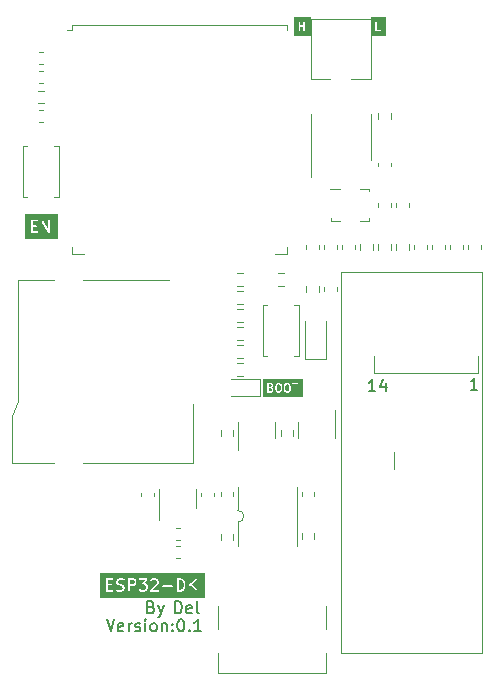
<source format=gbr>
%TF.GenerationSoftware,KiCad,Pcbnew,(7.0.0)*%
%TF.CreationDate,2023-02-28T10:18:41+08:00*%
%TF.ProjectId,ESP32_DK,45535033-325f-4444-9b2e-6b696361645f,rev?*%
%TF.SameCoordinates,Original*%
%TF.FileFunction,Legend,Top*%
%TF.FilePolarity,Positive*%
%FSLAX46Y46*%
G04 Gerber Fmt 4.6, Leading zero omitted, Abs format (unit mm)*
G04 Created by KiCad (PCBNEW (7.0.0)) date 2023-02-28 10:18:41*
%MOMM*%
%LPD*%
G01*
G04 APERTURE LIST*
%ADD10C,0.120000*%
%ADD11C,0.150000*%
%ADD12C,0.100000*%
G04 APERTURE END LIST*
D10*
G36*
X71620791Y-159250311D02*
G01*
X71668820Y-159298340D01*
X71696333Y-159408386D01*
X71696333Y-159626947D01*
X71668821Y-159736991D01*
X71620791Y-159785021D01*
X71575501Y-159807666D01*
X71470497Y-159807666D01*
X71425207Y-159785021D01*
X71377176Y-159736990D01*
X71349666Y-159626948D01*
X71349666Y-159408388D01*
X71377177Y-159298340D01*
X71425207Y-159250311D01*
X71470497Y-159227666D01*
X71575502Y-159227666D01*
X71620791Y-159250311D01*
G37*
G36*
X70887458Y-159250311D02*
G01*
X70935487Y-159298340D01*
X70963000Y-159408386D01*
X70963000Y-159626947D01*
X70935488Y-159736991D01*
X70887458Y-159785021D01*
X70842168Y-159807666D01*
X70737164Y-159807666D01*
X70691874Y-159785021D01*
X70643843Y-159736990D01*
X70616333Y-159626948D01*
X70616333Y-159408388D01*
X70643844Y-159298340D01*
X70691874Y-159250311D01*
X70737164Y-159227666D01*
X70842169Y-159227666D01*
X70887458Y-159250311D01*
G37*
G36*
X70190588Y-159586774D02*
G01*
X70207021Y-159603207D01*
X70229666Y-159648498D01*
X70229666Y-159720169D01*
X70207021Y-159765458D01*
X70187458Y-159785021D01*
X70142168Y-159807666D01*
X69949666Y-159807666D01*
X69949666Y-159561000D01*
X70113263Y-159561000D01*
X70190588Y-159586774D01*
G37*
G36*
X70154124Y-159250311D02*
G01*
X70173687Y-159269873D01*
X70196333Y-159315165D01*
X70196333Y-159353502D01*
X70173689Y-159398790D01*
X70154123Y-159418355D01*
X70109863Y-159440486D01*
X70107562Y-159440403D01*
X70106555Y-159441000D01*
X69949666Y-159441000D01*
X69949666Y-159227666D01*
X70108836Y-159227666D01*
X70154124Y-159250311D01*
G37*
G36*
X72862999Y-160300000D02*
G01*
X69443000Y-160300000D01*
X69443000Y-159876565D01*
X69827769Y-159876565D01*
X69833305Y-159888687D01*
X69837060Y-159901474D01*
X69840510Y-159904464D01*
X69842407Y-159908616D01*
X69853616Y-159915820D01*
X69863689Y-159924548D01*
X69868207Y-159925197D01*
X69872048Y-159927666D01*
X69885373Y-159927666D01*
X69898565Y-159929563D01*
X69902719Y-159927666D01*
X70153100Y-159927666D01*
X70167407Y-159929211D01*
X70178376Y-159923726D01*
X70190141Y-159920272D01*
X70193852Y-159915988D01*
X70243106Y-159891362D01*
X70252969Y-159889217D01*
X70264656Y-159877529D01*
X70276765Y-159866266D01*
X70277055Y-159865130D01*
X70293440Y-159848745D01*
X70302120Y-159843591D01*
X70309515Y-159828800D01*
X70317437Y-159814292D01*
X70317353Y-159813123D01*
X70341887Y-159764053D01*
X70349666Y-159751951D01*
X70349666Y-159739690D01*
X70351838Y-159727620D01*
X70349666Y-159722383D01*
X70349666Y-159637566D01*
X70350289Y-159631793D01*
X70493851Y-159631793D01*
X70496333Y-159641721D01*
X70496333Y-159642960D01*
X70498417Y-159650060D01*
X70531233Y-159781321D01*
X70534782Y-159797635D01*
X70541805Y-159804658D01*
X70546830Y-159813223D01*
X70554007Y-159816860D01*
X70608585Y-159871437D01*
X70613742Y-159880120D01*
X70628546Y-159887521D01*
X70643041Y-159895437D01*
X70644209Y-159895353D01*
X70693279Y-159919887D01*
X70705382Y-159927666D01*
X70717643Y-159927666D01*
X70729713Y-159929838D01*
X70734950Y-159927666D01*
X70853100Y-159927666D01*
X70867407Y-159929211D01*
X70878376Y-159923726D01*
X70890141Y-159920272D01*
X70893852Y-159915988D01*
X70943106Y-159891362D01*
X70952969Y-159889217D01*
X70964654Y-159877531D01*
X70976765Y-159866266D01*
X70977055Y-159865130D01*
X71031453Y-159810731D01*
X71043601Y-159799310D01*
X71046009Y-159789676D01*
X71050770Y-159780958D01*
X71050195Y-159772931D01*
X71078813Y-159658464D01*
X71083000Y-159651951D01*
X71083000Y-159641720D01*
X71083301Y-159640516D01*
X71083000Y-159633112D01*
X71083000Y-159631793D01*
X71227184Y-159631793D01*
X71229666Y-159641721D01*
X71229666Y-159642960D01*
X71231750Y-159650060D01*
X71264566Y-159781321D01*
X71268115Y-159797635D01*
X71275138Y-159804658D01*
X71280163Y-159813223D01*
X71287340Y-159816860D01*
X71341918Y-159871437D01*
X71347075Y-159880120D01*
X71361879Y-159887521D01*
X71376374Y-159895437D01*
X71377542Y-159895353D01*
X71426612Y-159919887D01*
X71438715Y-159927666D01*
X71450976Y-159927666D01*
X71463046Y-159929838D01*
X71468283Y-159927666D01*
X71586433Y-159927666D01*
X71600740Y-159929211D01*
X71611709Y-159923726D01*
X71623474Y-159920272D01*
X71627185Y-159915988D01*
X71676439Y-159891362D01*
X71686302Y-159889217D01*
X71697987Y-159877531D01*
X71710098Y-159866266D01*
X71710388Y-159865130D01*
X71764786Y-159810731D01*
X71776934Y-159799310D01*
X71779342Y-159789676D01*
X71784103Y-159780958D01*
X71783528Y-159772931D01*
X71812146Y-159658464D01*
X71816333Y-159651951D01*
X71816333Y-159641720D01*
X71816634Y-159640516D01*
X71816333Y-159633112D01*
X71816333Y-159410876D01*
X71818815Y-159403540D01*
X71816333Y-159393612D01*
X71816333Y-159392373D01*
X71814247Y-159385271D01*
X71781429Y-159254002D01*
X71777883Y-159237697D01*
X71770861Y-159230675D01*
X71765835Y-159222108D01*
X71758656Y-159218470D01*
X71716751Y-159176565D01*
X71894435Y-159176565D01*
X71909073Y-159208616D01*
X71938714Y-159227666D01*
X72096332Y-159227666D01*
X72096332Y-159876293D01*
X72103726Y-159901474D01*
X72130355Y-159924548D01*
X72165231Y-159929563D01*
X72197282Y-159914925D01*
X72216332Y-159885284D01*
X72216332Y-159227666D01*
X72364959Y-159227666D01*
X72390140Y-159220272D01*
X72413214Y-159193643D01*
X72418229Y-159158767D01*
X72403591Y-159126716D01*
X72373950Y-159107666D01*
X72160625Y-159107666D01*
X72147433Y-159105769D01*
X72143279Y-159107666D01*
X71947705Y-159107666D01*
X71922524Y-159115060D01*
X71899450Y-159141689D01*
X71894435Y-159176565D01*
X71716751Y-159176565D01*
X71704077Y-159163891D01*
X71698924Y-159155214D01*
X71684146Y-159147824D01*
X71669625Y-159139896D01*
X71668456Y-159139979D01*
X71619384Y-159115443D01*
X71607284Y-159107666D01*
X71595024Y-159107666D01*
X71582954Y-159105494D01*
X71577717Y-159107666D01*
X71459559Y-159107666D01*
X71445258Y-159106122D01*
X71434293Y-159111604D01*
X71422525Y-159115060D01*
X71418811Y-159119345D01*
X71369564Y-159143969D01*
X71359698Y-159146115D01*
X71347998Y-159157814D01*
X71335901Y-159169067D01*
X71335610Y-159170201D01*
X71281222Y-159224590D01*
X71269063Y-159236022D01*
X71266654Y-159245657D01*
X71261895Y-159254373D01*
X71262469Y-159262398D01*
X71233851Y-159376868D01*
X71229666Y-159383382D01*
X71229666Y-159393613D01*
X71229365Y-159394817D01*
X71229666Y-159402221D01*
X71229666Y-159624458D01*
X71227184Y-159631793D01*
X71083000Y-159631793D01*
X71083000Y-159410876D01*
X71085482Y-159403540D01*
X71083000Y-159393612D01*
X71083000Y-159392373D01*
X71080914Y-159385271D01*
X71048096Y-159254002D01*
X71044550Y-159237697D01*
X71037528Y-159230675D01*
X71032502Y-159222108D01*
X71025323Y-159218470D01*
X70970744Y-159163891D01*
X70965591Y-159155214D01*
X70950813Y-159147824D01*
X70936292Y-159139896D01*
X70935123Y-159139979D01*
X70886051Y-159115443D01*
X70873951Y-159107666D01*
X70861691Y-159107666D01*
X70849621Y-159105494D01*
X70844384Y-159107666D01*
X70726226Y-159107666D01*
X70711925Y-159106122D01*
X70700960Y-159111604D01*
X70689192Y-159115060D01*
X70685478Y-159119345D01*
X70636231Y-159143969D01*
X70626365Y-159146115D01*
X70614665Y-159157814D01*
X70602568Y-159169067D01*
X70602277Y-159170201D01*
X70547889Y-159224590D01*
X70535730Y-159236022D01*
X70533321Y-159245657D01*
X70528562Y-159254373D01*
X70529136Y-159262398D01*
X70500518Y-159376868D01*
X70496333Y-159383382D01*
X70496333Y-159393613D01*
X70496032Y-159394817D01*
X70496333Y-159402221D01*
X70496333Y-159624458D01*
X70493851Y-159631793D01*
X70350289Y-159631793D01*
X70351211Y-159623259D01*
X70345726Y-159612289D01*
X70342272Y-159600525D01*
X70337988Y-159596813D01*
X70313362Y-159547559D01*
X70311217Y-159537697D01*
X70299529Y-159526009D01*
X70288266Y-159513901D01*
X70287130Y-159513610D01*
X70267707Y-159494187D01*
X70258917Y-159483268D01*
X70260106Y-159482079D01*
X70268787Y-159476924D01*
X70276183Y-159462131D01*
X70284104Y-159447626D01*
X70284020Y-159446456D01*
X70308554Y-159397386D01*
X70316333Y-159385284D01*
X70316333Y-159373023D01*
X70318505Y-159360953D01*
X70316333Y-159355716D01*
X70316333Y-159304233D01*
X70317878Y-159289926D01*
X70312393Y-159278956D01*
X70308939Y-159267192D01*
X70304655Y-159263480D01*
X70280029Y-159214227D01*
X70277884Y-159204364D01*
X70266202Y-159192682D01*
X70254933Y-159180568D01*
X70253796Y-159180277D01*
X70237411Y-159163892D01*
X70232257Y-159155214D01*
X70217465Y-159147817D01*
X70202957Y-159139896D01*
X70201789Y-159139979D01*
X70152719Y-159115443D01*
X70140618Y-159107666D01*
X70128358Y-159107666D01*
X70116288Y-159105494D01*
X70111051Y-159107666D01*
X69893959Y-159107666D01*
X69880767Y-159105769D01*
X69868644Y-159111305D01*
X69855858Y-159115060D01*
X69852867Y-159118510D01*
X69848716Y-159120407D01*
X69841511Y-159131616D01*
X69832784Y-159141689D01*
X69832134Y-159146207D01*
X69829666Y-159150048D01*
X69829666Y-159163373D01*
X69827769Y-159176565D01*
X69829666Y-159180719D01*
X69829666Y-159496707D01*
X69827769Y-159509899D01*
X69829666Y-159514053D01*
X69829666Y-159863373D01*
X69827769Y-159876565D01*
X69443000Y-159876565D01*
X69443000Y-158740000D01*
X72862999Y-158740000D01*
X72862999Y-160300000D01*
G37*
D11*
X87629904Y-159675380D02*
X87058476Y-159675380D01*
X87344190Y-159675380D02*
X87344190Y-158675380D01*
X87344190Y-158675380D02*
X87248952Y-158818238D01*
X87248952Y-158818238D02*
X87153714Y-158913476D01*
X87153714Y-158913476D02*
X87058476Y-158961095D01*
X56229238Y-179122380D02*
X56562571Y-180122380D01*
X56562571Y-180122380D02*
X56895904Y-179122380D01*
X57610190Y-180074761D02*
X57514952Y-180122380D01*
X57514952Y-180122380D02*
X57324476Y-180122380D01*
X57324476Y-180122380D02*
X57229238Y-180074761D01*
X57229238Y-180074761D02*
X57181619Y-179979523D01*
X57181619Y-179979523D02*
X57181619Y-179598571D01*
X57181619Y-179598571D02*
X57229238Y-179503333D01*
X57229238Y-179503333D02*
X57324476Y-179455714D01*
X57324476Y-179455714D02*
X57514952Y-179455714D01*
X57514952Y-179455714D02*
X57610190Y-179503333D01*
X57610190Y-179503333D02*
X57657809Y-179598571D01*
X57657809Y-179598571D02*
X57657809Y-179693809D01*
X57657809Y-179693809D02*
X57181619Y-179789047D01*
X58086381Y-180122380D02*
X58086381Y-179455714D01*
X58086381Y-179646190D02*
X58134000Y-179550952D01*
X58134000Y-179550952D02*
X58181619Y-179503333D01*
X58181619Y-179503333D02*
X58276857Y-179455714D01*
X58276857Y-179455714D02*
X58372095Y-179455714D01*
X58657810Y-180074761D02*
X58753048Y-180122380D01*
X58753048Y-180122380D02*
X58943524Y-180122380D01*
X58943524Y-180122380D02*
X59038762Y-180074761D01*
X59038762Y-180074761D02*
X59086381Y-179979523D01*
X59086381Y-179979523D02*
X59086381Y-179931904D01*
X59086381Y-179931904D02*
X59038762Y-179836666D01*
X59038762Y-179836666D02*
X58943524Y-179789047D01*
X58943524Y-179789047D02*
X58800667Y-179789047D01*
X58800667Y-179789047D02*
X58705429Y-179741428D01*
X58705429Y-179741428D02*
X58657810Y-179646190D01*
X58657810Y-179646190D02*
X58657810Y-179598571D01*
X58657810Y-179598571D02*
X58705429Y-179503333D01*
X58705429Y-179503333D02*
X58800667Y-179455714D01*
X58800667Y-179455714D02*
X58943524Y-179455714D01*
X58943524Y-179455714D02*
X59038762Y-179503333D01*
X59514953Y-180122380D02*
X59514953Y-179455714D01*
X59514953Y-179122380D02*
X59467334Y-179170000D01*
X59467334Y-179170000D02*
X59514953Y-179217619D01*
X59514953Y-179217619D02*
X59562572Y-179170000D01*
X59562572Y-179170000D02*
X59514953Y-179122380D01*
X59514953Y-179122380D02*
X59514953Y-179217619D01*
X60134000Y-180122380D02*
X60038762Y-180074761D01*
X60038762Y-180074761D02*
X59991143Y-180027142D01*
X59991143Y-180027142D02*
X59943524Y-179931904D01*
X59943524Y-179931904D02*
X59943524Y-179646190D01*
X59943524Y-179646190D02*
X59991143Y-179550952D01*
X59991143Y-179550952D02*
X60038762Y-179503333D01*
X60038762Y-179503333D02*
X60134000Y-179455714D01*
X60134000Y-179455714D02*
X60276857Y-179455714D01*
X60276857Y-179455714D02*
X60372095Y-179503333D01*
X60372095Y-179503333D02*
X60419714Y-179550952D01*
X60419714Y-179550952D02*
X60467333Y-179646190D01*
X60467333Y-179646190D02*
X60467333Y-179931904D01*
X60467333Y-179931904D02*
X60419714Y-180027142D01*
X60419714Y-180027142D02*
X60372095Y-180074761D01*
X60372095Y-180074761D02*
X60276857Y-180122380D01*
X60276857Y-180122380D02*
X60134000Y-180122380D01*
X60895905Y-179455714D02*
X60895905Y-180122380D01*
X60895905Y-179550952D02*
X60943524Y-179503333D01*
X60943524Y-179503333D02*
X61038762Y-179455714D01*
X61038762Y-179455714D02*
X61181619Y-179455714D01*
X61181619Y-179455714D02*
X61276857Y-179503333D01*
X61276857Y-179503333D02*
X61324476Y-179598571D01*
X61324476Y-179598571D02*
X61324476Y-180122380D01*
X61800667Y-180027142D02*
X61848286Y-180074761D01*
X61848286Y-180074761D02*
X61800667Y-180122380D01*
X61800667Y-180122380D02*
X61753048Y-180074761D01*
X61753048Y-180074761D02*
X61800667Y-180027142D01*
X61800667Y-180027142D02*
X61800667Y-180122380D01*
X61800667Y-179503333D02*
X61848286Y-179550952D01*
X61848286Y-179550952D02*
X61800667Y-179598571D01*
X61800667Y-179598571D02*
X61753048Y-179550952D01*
X61753048Y-179550952D02*
X61800667Y-179503333D01*
X61800667Y-179503333D02*
X61800667Y-179598571D01*
X62467333Y-179122380D02*
X62562571Y-179122380D01*
X62562571Y-179122380D02*
X62657809Y-179170000D01*
X62657809Y-179170000D02*
X62705428Y-179217619D01*
X62705428Y-179217619D02*
X62753047Y-179312857D01*
X62753047Y-179312857D02*
X62800666Y-179503333D01*
X62800666Y-179503333D02*
X62800666Y-179741428D01*
X62800666Y-179741428D02*
X62753047Y-179931904D01*
X62753047Y-179931904D02*
X62705428Y-180027142D01*
X62705428Y-180027142D02*
X62657809Y-180074761D01*
X62657809Y-180074761D02*
X62562571Y-180122380D01*
X62562571Y-180122380D02*
X62467333Y-180122380D01*
X62467333Y-180122380D02*
X62372095Y-180074761D01*
X62372095Y-180074761D02*
X62324476Y-180027142D01*
X62324476Y-180027142D02*
X62276857Y-179931904D01*
X62276857Y-179931904D02*
X62229238Y-179741428D01*
X62229238Y-179741428D02*
X62229238Y-179503333D01*
X62229238Y-179503333D02*
X62276857Y-179312857D01*
X62276857Y-179312857D02*
X62324476Y-179217619D01*
X62324476Y-179217619D02*
X62372095Y-179170000D01*
X62372095Y-179170000D02*
X62467333Y-179122380D01*
X63229238Y-180027142D02*
X63276857Y-180074761D01*
X63276857Y-180074761D02*
X63229238Y-180122380D01*
X63229238Y-180122380D02*
X63181619Y-180074761D01*
X63181619Y-180074761D02*
X63229238Y-180027142D01*
X63229238Y-180027142D02*
X63229238Y-180122380D01*
X64229237Y-180122380D02*
X63657809Y-180122380D01*
X63943523Y-180122380D02*
X63943523Y-179122380D01*
X63943523Y-179122380D02*
X63848285Y-179265238D01*
X63848285Y-179265238D02*
X63753047Y-179360476D01*
X63753047Y-179360476D02*
X63657809Y-179408095D01*
G36*
X62585533Y-175806552D02*
G01*
X62659645Y-175880664D01*
X62698139Y-175957650D01*
X62741523Y-176131186D01*
X62741523Y-176255575D01*
X62698139Y-176429107D01*
X62659645Y-176506096D01*
X62585533Y-176580208D01*
X62471018Y-176618380D01*
X62320095Y-176618380D01*
X62320095Y-175768380D01*
X62471019Y-175768380D01*
X62585533Y-175806552D01*
G37*
G36*
X58534001Y-175802639D02*
G01*
X58564407Y-175833045D01*
X58598666Y-175901561D01*
X58598666Y-176009008D01*
X58564407Y-176077525D01*
X58534000Y-176107932D01*
X58465485Y-176142190D01*
X58177238Y-176142190D01*
X58177238Y-175768380D01*
X58465484Y-175768380D01*
X58534001Y-175802639D01*
G37*
G36*
X64549857Y-177278857D02*
G01*
X55639143Y-177278857D01*
X55639143Y-176704504D01*
X56167725Y-176704504D01*
X56174644Y-176719656D01*
X56179338Y-176735640D01*
X56183650Y-176739376D01*
X56186021Y-176744568D01*
X56200037Y-176753575D01*
X56212624Y-176764482D01*
X56218270Y-176765293D01*
X56223073Y-176768380D01*
X56239735Y-176768380D01*
X56256219Y-176770750D01*
X56261409Y-176768380D01*
X56732067Y-176768380D01*
X56763545Y-176759137D01*
X56792387Y-176725851D01*
X56798655Y-176682256D01*
X56780359Y-176642192D01*
X56743307Y-176618380D01*
X56320095Y-176618380D01*
X56320095Y-176244571D01*
X56589210Y-176244571D01*
X56620688Y-176235328D01*
X56649530Y-176202042D01*
X56655798Y-176158447D01*
X56637502Y-176118383D01*
X56600450Y-176094571D01*
X56320095Y-176094571D01*
X56320095Y-175892248D01*
X57024524Y-175892248D01*
X57027238Y-175898792D01*
X57027238Y-175975055D01*
X57025307Y-175992939D01*
X57032163Y-176006652D01*
X57036481Y-176021355D01*
X57041834Y-176025993D01*
X57078569Y-176099462D01*
X57081252Y-176111794D01*
X57095879Y-176126421D01*
X57109941Y-176141539D01*
X57111359Y-176141901D01*
X57137794Y-176168336D01*
X57144238Y-176179186D01*
X57162747Y-176188440D01*
X57180861Y-176198331D01*
X57182319Y-176198226D01*
X57247224Y-176230679D01*
X57253159Y-176236991D01*
X57266536Y-176240335D01*
X57268816Y-176241475D01*
X57276948Y-176242938D01*
X57457012Y-176287954D01*
X57534002Y-176326449D01*
X57564407Y-176356854D01*
X57598666Y-176425370D01*
X57598666Y-176485198D01*
X57564407Y-176553715D01*
X57534000Y-176584122D01*
X57465485Y-176618380D01*
X57257265Y-176618380D01*
X57115726Y-176571200D01*
X57082941Y-176570015D01*
X57045053Y-176592472D01*
X57025321Y-176631848D01*
X57030008Y-176675641D01*
X57057629Y-176709948D01*
X57212458Y-176761558D01*
X57223073Y-176768380D01*
X57243752Y-176768380D01*
X57264392Y-176769126D01*
X57265651Y-176768380D01*
X57479150Y-176768380D01*
X57497034Y-176770311D01*
X57510747Y-176763454D01*
X57525450Y-176759137D01*
X57530088Y-176753783D01*
X57603557Y-176717048D01*
X57615889Y-176714366D01*
X57630516Y-176699738D01*
X57645634Y-176685677D01*
X57645996Y-176684258D01*
X57672431Y-176657823D01*
X57683281Y-176651380D01*
X57692535Y-176632870D01*
X57702426Y-176614757D01*
X57702321Y-176613298D01*
X57738944Y-176540052D01*
X57748666Y-176524926D01*
X57748666Y-176509596D01*
X57751380Y-176494513D01*
X57748666Y-176487969D01*
X57748666Y-176411697D01*
X57750596Y-176393822D01*
X57743741Y-176380112D01*
X57739423Y-176365406D01*
X57734068Y-176360766D01*
X57697334Y-176287297D01*
X57694652Y-176274967D01*
X57680032Y-176260347D01*
X57665963Y-176245222D01*
X57664544Y-176244859D01*
X57647999Y-176228314D01*
X58024868Y-176228314D01*
X58027238Y-176233504D01*
X58027238Y-176704162D01*
X58036481Y-176735640D01*
X58069767Y-176764482D01*
X58113362Y-176770750D01*
X58153426Y-176752454D01*
X58177238Y-176715402D01*
X58177238Y-176592566D01*
X58929033Y-176592566D01*
X58938395Y-176635603D01*
X58994937Y-176692145D01*
X59001381Y-176702995D01*
X59019890Y-176712249D01*
X59038004Y-176722140D01*
X59039462Y-176722035D01*
X59112708Y-176758658D01*
X59127835Y-176768380D01*
X59143165Y-176768380D01*
X59158248Y-176771094D01*
X59164792Y-176768380D01*
X59431531Y-176768380D01*
X59449415Y-176770311D01*
X59463128Y-176763454D01*
X59477831Y-176759137D01*
X59482469Y-176753783D01*
X59555938Y-176717048D01*
X59568270Y-176714366D01*
X59578131Y-176704504D01*
X59882011Y-176704504D01*
X59885538Y-176712227D01*
X59886144Y-176720696D01*
X59894507Y-176731868D01*
X59900307Y-176744568D01*
X59907450Y-176749158D01*
X59912538Y-176755955D01*
X59925614Y-176760832D01*
X59937359Y-176768380D01*
X59945850Y-176768380D01*
X59953805Y-176771347D01*
X59967444Y-176768380D01*
X60589210Y-176768380D01*
X60620688Y-176759137D01*
X60649530Y-176725851D01*
X60652599Y-176704504D01*
X62167725Y-176704504D01*
X62174644Y-176719656D01*
X62179338Y-176735640D01*
X62183650Y-176739376D01*
X62186021Y-176744568D01*
X62200037Y-176753575D01*
X62212624Y-176764482D01*
X62218270Y-176765293D01*
X62223073Y-176768380D01*
X62239735Y-176768380D01*
X62256219Y-176770750D01*
X62261409Y-176768380D01*
X62473788Y-176768380D01*
X62486015Y-176771495D01*
X62505627Y-176764957D01*
X62525450Y-176759137D01*
X62526408Y-176758030D01*
X62645934Y-176718188D01*
X62663508Y-176714366D01*
X62674348Y-176703525D01*
X62686932Y-176694780D01*
X62689639Y-176688234D01*
X62767669Y-176610204D01*
X62778519Y-176603761D01*
X62787769Y-176585259D01*
X62797665Y-176567138D01*
X62797560Y-176565677D01*
X62830012Y-176500774D01*
X62836324Y-176494840D01*
X62839668Y-176481462D01*
X62840808Y-176479183D01*
X62842271Y-176471050D01*
X62886290Y-176294972D01*
X62891523Y-176286831D01*
X62891523Y-176274043D01*
X62891899Y-176272539D01*
X62891523Y-176263293D01*
X62891523Y-176248194D01*
X63168715Y-176248194D01*
X63170095Y-176267483D01*
X63170095Y-176704162D01*
X63179338Y-176735640D01*
X63212624Y-176764482D01*
X63256219Y-176770750D01*
X63296283Y-176752454D01*
X63320095Y-176715402D01*
X63320095Y-176295875D01*
X63379837Y-176236132D01*
X63762992Y-176747006D01*
X63789273Y-176766642D01*
X63833207Y-176769744D01*
X63871844Y-176748602D01*
X63892918Y-176709926D01*
X63889736Y-176665998D01*
X63486980Y-176128989D01*
X63877180Y-175738789D01*
X63892903Y-175709995D01*
X63889760Y-175666064D01*
X63863366Y-175630805D01*
X63822099Y-175615413D01*
X63779062Y-175624775D01*
X63342517Y-176061320D01*
X63332631Y-176066730D01*
X63327271Y-176076566D01*
X63320095Y-176083743D01*
X63320095Y-175682598D01*
X63310852Y-175651120D01*
X63277566Y-175622278D01*
X63233971Y-175616010D01*
X63193907Y-175634306D01*
X63170095Y-175671358D01*
X63170095Y-176245667D01*
X63168715Y-176248194D01*
X62891523Y-176248194D01*
X62891523Y-176134295D01*
X62894625Y-176125126D01*
X62891523Y-176112718D01*
X62891523Y-176111170D01*
X62888918Y-176102300D01*
X62844904Y-175926243D01*
X62845834Y-175917632D01*
X62839668Y-175905301D01*
X62839050Y-175902826D01*
X62834862Y-175895687D01*
X62792572Y-175811107D01*
X62789890Y-175798777D01*
X62775270Y-175784157D01*
X62761201Y-175769032D01*
X62759782Y-175768669D01*
X62681937Y-175690824D01*
X62670657Y-175676813D01*
X62656112Y-175671964D01*
X62642662Y-175664620D01*
X62635595Y-175665125D01*
X62515826Y-175625201D01*
X62505212Y-175618380D01*
X62484533Y-175618380D01*
X62463893Y-175617634D01*
X62462634Y-175618380D01*
X62250455Y-175618380D01*
X62233971Y-175616010D01*
X62218818Y-175622929D01*
X62202835Y-175627623D01*
X62199098Y-175631935D01*
X62193907Y-175634306D01*
X62184899Y-175648322D01*
X62173993Y-175660909D01*
X62173181Y-175666555D01*
X62170095Y-175671358D01*
X62170095Y-175688020D01*
X62167725Y-175704504D01*
X62170095Y-175709694D01*
X62170095Y-176688020D01*
X62167725Y-176704504D01*
X60652599Y-176704504D01*
X60655798Y-176682256D01*
X60637502Y-176642192D01*
X60600450Y-176618380D01*
X60140447Y-176618380D01*
X60435274Y-176323552D01*
X60929630Y-176323552D01*
X60947926Y-176363616D01*
X60984978Y-176387428D01*
X61779687Y-176387428D01*
X61811165Y-176378185D01*
X61840007Y-176344899D01*
X61846275Y-176301304D01*
X61827979Y-176261240D01*
X61790927Y-176237428D01*
X60996218Y-176237428D01*
X60964740Y-176246671D01*
X60935898Y-176279957D01*
X60929630Y-176323552D01*
X60435274Y-176323552D01*
X60580987Y-176177839D01*
X60594996Y-176166561D01*
X60599844Y-176152017D01*
X60607188Y-176138567D01*
X60606682Y-176131501D01*
X60646606Y-176011731D01*
X60653428Y-176001117D01*
X60653428Y-175980438D01*
X60654174Y-175959798D01*
X60653428Y-175958539D01*
X60653428Y-175887888D01*
X60655358Y-175870013D01*
X60648503Y-175856303D01*
X60644185Y-175841597D01*
X60638830Y-175836957D01*
X60602096Y-175763488D01*
X60599414Y-175751158D01*
X60584794Y-175736538D01*
X60570725Y-175721413D01*
X60569306Y-175721050D01*
X60542873Y-175694617D01*
X60536429Y-175683767D01*
X60517932Y-175674518D01*
X60499805Y-175664620D01*
X60498344Y-175664724D01*
X60425101Y-175628101D01*
X60409974Y-175618380D01*
X60394645Y-175618380D01*
X60379562Y-175615666D01*
X60373018Y-175618380D01*
X60153897Y-175618380D01*
X60136013Y-175616449D01*
X60122299Y-175623305D01*
X60107597Y-175627623D01*
X60102957Y-175632976D01*
X60029487Y-175669712D01*
X60017158Y-175672395D01*
X60002533Y-175687019D01*
X59987413Y-175701085D01*
X59987050Y-175702502D01*
X59946343Y-175743210D01*
X59930620Y-175772004D01*
X59933763Y-175815935D01*
X59960157Y-175851194D01*
X60001424Y-175866586D01*
X60044461Y-175857224D01*
X60099046Y-175802638D01*
X60167562Y-175768380D01*
X60370246Y-175768380D01*
X60438763Y-175802639D01*
X60469169Y-175833045D01*
X60503428Y-175901561D01*
X60503428Y-175966925D01*
X60465256Y-176081438D01*
X59919883Y-176626811D01*
X59917121Y-176627623D01*
X59904458Y-176642236D01*
X59898724Y-176647971D01*
X59897419Y-176650360D01*
X59888279Y-176660909D01*
X59887070Y-176669311D01*
X59883001Y-176676765D01*
X59883997Y-176690689D01*
X59882011Y-176704504D01*
X59578131Y-176704504D01*
X59582897Y-176699738D01*
X59598015Y-176685677D01*
X59598377Y-176684258D01*
X59624812Y-176657823D01*
X59635662Y-176651380D01*
X59644916Y-176632870D01*
X59654807Y-176614757D01*
X59654702Y-176613298D01*
X59691325Y-176540052D01*
X59701047Y-176524926D01*
X59701047Y-176509596D01*
X59703761Y-176494513D01*
X59701047Y-176487969D01*
X59701047Y-176268840D01*
X59702977Y-176250965D01*
X59696122Y-176237255D01*
X59691804Y-176222549D01*
X59686449Y-176217909D01*
X59649715Y-176144440D01*
X59647033Y-176132110D01*
X59632413Y-176117490D01*
X59618344Y-176102365D01*
X59616925Y-176102002D01*
X59590490Y-176075567D01*
X59584047Y-176064718D01*
X59565546Y-176055467D01*
X59547424Y-176045572D01*
X59545963Y-176045676D01*
X59472722Y-176009056D01*
X59457851Y-175999499D01*
X59668119Y-175759192D01*
X59668307Y-175759137D01*
X59682509Y-175742745D01*
X59689591Y-175734653D01*
X59689669Y-175734482D01*
X59697149Y-175725851D01*
X59698721Y-175714911D01*
X59703363Y-175704877D01*
X59701791Y-175693560D01*
X59703417Y-175682256D01*
X59698825Y-175672201D01*
X59697305Y-175661252D01*
X59689866Y-175652583D01*
X59685121Y-175642192D01*
X59675821Y-175636215D01*
X59668624Y-175627828D01*
X59657680Y-175624556D01*
X59648069Y-175618380D01*
X59637017Y-175618380D01*
X59626425Y-175615214D01*
X59615447Y-175618380D01*
X58996218Y-175618380D01*
X58964740Y-175627623D01*
X58935898Y-175660909D01*
X58929630Y-175704504D01*
X58947926Y-175744568D01*
X58984978Y-175768380D01*
X59460765Y-175768380D01*
X59250642Y-176008520D01*
X59250454Y-176008576D01*
X59236151Y-176025082D01*
X59229171Y-176033060D01*
X59229093Y-176033227D01*
X59221612Y-176041862D01*
X59220038Y-176052802D01*
X59215398Y-176062836D01*
X59216969Y-176074151D01*
X59215344Y-176085457D01*
X59219935Y-176095511D01*
X59221456Y-176106460D01*
X59228893Y-176115128D01*
X59233640Y-176125521D01*
X59242940Y-176131498D01*
X59250137Y-176139885D01*
X59261080Y-176143155D01*
X59270692Y-176149333D01*
X59281747Y-176149333D01*
X59292336Y-176152498D01*
X59303311Y-176149333D01*
X59417865Y-176149333D01*
X59486383Y-176183592D01*
X59516788Y-176213997D01*
X59551047Y-176282513D01*
X59551047Y-176485198D01*
X59516788Y-176553715D01*
X59486381Y-176584122D01*
X59417866Y-176618380D01*
X59167563Y-176618380D01*
X59099045Y-176584121D01*
X59052409Y-176537485D01*
X59023615Y-176521762D01*
X58979684Y-176524905D01*
X58944425Y-176551299D01*
X58929033Y-176592566D01*
X58177238Y-176592566D01*
X58177238Y-176292190D01*
X58479150Y-176292190D01*
X58497034Y-176294121D01*
X58510747Y-176287264D01*
X58525450Y-176282947D01*
X58530088Y-176277593D01*
X58603557Y-176240858D01*
X58615889Y-176238176D01*
X58630516Y-176223548D01*
X58645634Y-176209487D01*
X58645996Y-176208068D01*
X58672431Y-176181633D01*
X58683281Y-176175190D01*
X58692535Y-176156680D01*
X58702426Y-176138567D01*
X58702321Y-176137108D01*
X58738944Y-176063862D01*
X58748666Y-176048736D01*
X58748666Y-176033406D01*
X58751380Y-176018323D01*
X58748666Y-176011779D01*
X58748666Y-175887888D01*
X58750596Y-175870013D01*
X58743741Y-175856303D01*
X58739423Y-175841597D01*
X58734068Y-175836957D01*
X58697334Y-175763488D01*
X58694652Y-175751158D01*
X58680032Y-175736538D01*
X58665963Y-175721413D01*
X58664544Y-175721050D01*
X58638111Y-175694617D01*
X58631667Y-175683767D01*
X58613170Y-175674518D01*
X58595043Y-175664620D01*
X58593582Y-175664724D01*
X58520339Y-175628101D01*
X58505212Y-175618380D01*
X58489883Y-175618380D01*
X58474800Y-175615666D01*
X58468256Y-175618380D01*
X58107598Y-175618380D01*
X58091114Y-175616010D01*
X58075961Y-175622929D01*
X58059978Y-175627623D01*
X58056241Y-175631935D01*
X58051050Y-175634306D01*
X58042042Y-175648322D01*
X58031136Y-175660909D01*
X58030324Y-175666555D01*
X58027238Y-175671358D01*
X58027238Y-175688020D01*
X58024868Y-175704504D01*
X58027238Y-175709694D01*
X58027238Y-176211830D01*
X58024868Y-176228314D01*
X57647999Y-176228314D01*
X57638109Y-176218424D01*
X57631666Y-176207575D01*
X57613165Y-176198324D01*
X57595043Y-176188429D01*
X57593582Y-176188533D01*
X57528678Y-176156081D01*
X57522744Y-176149770D01*
X57509366Y-176146425D01*
X57507087Y-176145286D01*
X57498954Y-176143822D01*
X57318891Y-176098806D01*
X57241902Y-176060312D01*
X57211495Y-176029905D01*
X57177238Y-175961390D01*
X57177238Y-175901563D01*
X57211497Y-175833045D01*
X57241903Y-175802638D01*
X57310419Y-175768380D01*
X57518638Y-175768380D01*
X57660177Y-175815561D01*
X57692963Y-175816747D01*
X57730851Y-175794290D01*
X57750583Y-175754914D01*
X57745896Y-175711120D01*
X57718276Y-175676813D01*
X57563445Y-175625201D01*
X57552831Y-175618380D01*
X57532152Y-175618380D01*
X57511512Y-175617634D01*
X57510253Y-175618380D01*
X57296754Y-175618380D01*
X57278870Y-175616449D01*
X57265156Y-175623305D01*
X57250454Y-175627623D01*
X57245814Y-175632976D01*
X57172344Y-175669712D01*
X57160015Y-175672395D01*
X57145390Y-175687019D01*
X57130270Y-175701085D01*
X57129907Y-175702502D01*
X57103472Y-175728937D01*
X57092623Y-175735381D01*
X57083372Y-175753881D01*
X57073477Y-175772004D01*
X57073581Y-175773464D01*
X57036961Y-175846705D01*
X57027238Y-175861835D01*
X57027238Y-175877165D01*
X57024524Y-175892248D01*
X56320095Y-175892248D01*
X56320095Y-175768380D01*
X56732067Y-175768380D01*
X56763545Y-175759137D01*
X56792387Y-175725851D01*
X56798655Y-175682256D01*
X56780359Y-175642192D01*
X56743307Y-175618380D01*
X56250455Y-175618380D01*
X56233971Y-175616010D01*
X56218818Y-175622929D01*
X56202835Y-175627623D01*
X56199098Y-175631935D01*
X56193907Y-175634306D01*
X56184899Y-175648322D01*
X56173993Y-175660909D01*
X56173181Y-175666555D01*
X56170095Y-175671358D01*
X56170095Y-175688020D01*
X56167725Y-175704504D01*
X56170095Y-175709694D01*
X56170095Y-176164211D01*
X56167725Y-176180695D01*
X56170095Y-176185885D01*
X56170095Y-176688020D01*
X56167725Y-176704504D01*
X55639143Y-176704504D01*
X55639143Y-175168143D01*
X64549857Y-175168143D01*
X64549857Y-177278857D01*
G37*
G36*
X52152238Y-146925857D02*
G01*
X49289143Y-146925857D01*
X49289143Y-146351504D01*
X49817725Y-146351504D01*
X49824644Y-146366656D01*
X49829338Y-146382640D01*
X49833650Y-146386376D01*
X49836021Y-146391568D01*
X49850037Y-146400575D01*
X49862624Y-146411482D01*
X49868270Y-146412293D01*
X49873073Y-146415380D01*
X49889735Y-146415380D01*
X49906219Y-146417750D01*
X49911409Y-146415380D01*
X50382067Y-146415380D01*
X50413545Y-146406137D01*
X50442387Y-146372851D01*
X50448655Y-146329256D01*
X50430359Y-146289192D01*
X50393307Y-146265380D01*
X49970095Y-146265380D01*
X49970095Y-145891571D01*
X50239210Y-145891571D01*
X50270688Y-145882328D01*
X50299530Y-145849042D01*
X50305798Y-145805447D01*
X50287502Y-145765383D01*
X50250450Y-145741571D01*
X49970095Y-145741571D01*
X49970095Y-145415380D01*
X50382067Y-145415380D01*
X50413545Y-145406137D01*
X50442387Y-145372851D01*
X50444455Y-145358470D01*
X50723813Y-145358470D01*
X50724857Y-145360297D01*
X50724857Y-146351162D01*
X50734100Y-146382640D01*
X50767386Y-146411482D01*
X50810981Y-146417750D01*
X50851045Y-146399454D01*
X50874857Y-146362402D01*
X50874857Y-145622797D01*
X51301803Y-146369954D01*
X51305528Y-146382640D01*
X51320691Y-146395779D01*
X51335159Y-146409697D01*
X51337224Y-146410104D01*
X51338814Y-146411482D01*
X51358674Y-146414337D01*
X51378369Y-146418224D01*
X51380326Y-146417450D01*
X51382409Y-146417750D01*
X51400664Y-146409413D01*
X51419330Y-146402037D01*
X51420558Y-146400328D01*
X51422473Y-146399454D01*
X51433323Y-146382569D01*
X51445038Y-146366274D01*
X51445147Y-146364171D01*
X51446285Y-146362402D01*
X51446285Y-146342333D01*
X51447329Y-146322290D01*
X51446285Y-146320463D01*
X51446285Y-145329598D01*
X51437042Y-145298120D01*
X51403756Y-145269278D01*
X51360161Y-145263010D01*
X51320097Y-145281306D01*
X51296285Y-145318358D01*
X51296285Y-146057963D01*
X50869338Y-145310805D01*
X50865614Y-145298120D01*
X50850450Y-145284980D01*
X50835983Y-145271063D01*
X50833917Y-145270655D01*
X50832328Y-145269278D01*
X50812467Y-145266422D01*
X50792773Y-145262536D01*
X50790815Y-145263309D01*
X50788733Y-145263010D01*
X50770477Y-145271346D01*
X50751812Y-145278723D01*
X50750583Y-145280431D01*
X50748669Y-145281306D01*
X50737818Y-145298190D01*
X50726104Y-145314486D01*
X50725994Y-145316588D01*
X50724857Y-145318358D01*
X50724857Y-145338427D01*
X50723813Y-145358470D01*
X50444455Y-145358470D01*
X50448655Y-145329256D01*
X50430359Y-145289192D01*
X50393307Y-145265380D01*
X49900455Y-145265380D01*
X49883971Y-145263010D01*
X49868818Y-145269929D01*
X49852835Y-145274623D01*
X49849098Y-145278935D01*
X49843907Y-145281306D01*
X49834899Y-145295322D01*
X49823993Y-145307909D01*
X49823181Y-145313555D01*
X49820095Y-145318358D01*
X49820095Y-145335020D01*
X49817725Y-145351504D01*
X49820095Y-145356694D01*
X49820095Y-145811211D01*
X49817725Y-145827695D01*
X49820095Y-145832885D01*
X49820095Y-146335020D01*
X49817725Y-146351504D01*
X49289143Y-146351504D01*
X49289143Y-144815143D01*
X52152238Y-144815143D01*
X52152238Y-146925857D01*
G37*
X78993904Y-159802380D02*
X78422476Y-159802380D01*
X78708190Y-159802380D02*
X78708190Y-158802380D01*
X78708190Y-158802380D02*
X78612952Y-158945238D01*
X78612952Y-158945238D02*
X78517714Y-159040476D01*
X78517714Y-159040476D02*
X78422476Y-159088095D01*
X79851047Y-159135714D02*
X79851047Y-159802380D01*
X79612952Y-158754761D02*
X79374857Y-159469047D01*
X79374857Y-159469047D02*
X79993904Y-159469047D01*
X60007428Y-178074571D02*
X60150285Y-178122190D01*
X60150285Y-178122190D02*
X60197904Y-178169809D01*
X60197904Y-178169809D02*
X60245523Y-178265047D01*
X60245523Y-178265047D02*
X60245523Y-178407904D01*
X60245523Y-178407904D02*
X60197904Y-178503142D01*
X60197904Y-178503142D02*
X60150285Y-178550761D01*
X60150285Y-178550761D02*
X60055047Y-178598380D01*
X60055047Y-178598380D02*
X59674095Y-178598380D01*
X59674095Y-178598380D02*
X59674095Y-177598380D01*
X59674095Y-177598380D02*
X60007428Y-177598380D01*
X60007428Y-177598380D02*
X60102666Y-177646000D01*
X60102666Y-177646000D02*
X60150285Y-177693619D01*
X60150285Y-177693619D02*
X60197904Y-177788857D01*
X60197904Y-177788857D02*
X60197904Y-177884095D01*
X60197904Y-177884095D02*
X60150285Y-177979333D01*
X60150285Y-177979333D02*
X60102666Y-178026952D01*
X60102666Y-178026952D02*
X60007428Y-178074571D01*
X60007428Y-178074571D02*
X59674095Y-178074571D01*
X60578857Y-177931714D02*
X60816952Y-178598380D01*
X61055047Y-177931714D02*
X60816952Y-178598380D01*
X60816952Y-178598380D02*
X60721714Y-178836476D01*
X60721714Y-178836476D02*
X60674095Y-178884095D01*
X60674095Y-178884095D02*
X60578857Y-178931714D01*
X62036000Y-178598380D02*
X62036000Y-177598380D01*
X62036000Y-177598380D02*
X62274095Y-177598380D01*
X62274095Y-177598380D02*
X62416952Y-177646000D01*
X62416952Y-177646000D02*
X62512190Y-177741238D01*
X62512190Y-177741238D02*
X62559809Y-177836476D01*
X62559809Y-177836476D02*
X62607428Y-178026952D01*
X62607428Y-178026952D02*
X62607428Y-178169809D01*
X62607428Y-178169809D02*
X62559809Y-178360285D01*
X62559809Y-178360285D02*
X62512190Y-178455523D01*
X62512190Y-178455523D02*
X62416952Y-178550761D01*
X62416952Y-178550761D02*
X62274095Y-178598380D01*
X62274095Y-178598380D02*
X62036000Y-178598380D01*
X63416952Y-178550761D02*
X63321714Y-178598380D01*
X63321714Y-178598380D02*
X63131238Y-178598380D01*
X63131238Y-178598380D02*
X63036000Y-178550761D01*
X63036000Y-178550761D02*
X62988381Y-178455523D01*
X62988381Y-178455523D02*
X62988381Y-178074571D01*
X62988381Y-178074571D02*
X63036000Y-177979333D01*
X63036000Y-177979333D02*
X63131238Y-177931714D01*
X63131238Y-177931714D02*
X63321714Y-177931714D01*
X63321714Y-177931714D02*
X63416952Y-177979333D01*
X63416952Y-177979333D02*
X63464571Y-178074571D01*
X63464571Y-178074571D02*
X63464571Y-178169809D01*
X63464571Y-178169809D02*
X62988381Y-178265047D01*
X64036000Y-178598380D02*
X63940762Y-178550761D01*
X63940762Y-178550761D02*
X63893143Y-178455523D01*
X63893143Y-178455523D02*
X63893143Y-177598380D01*
D10*
G36*
X73563333Y-129693000D02*
G01*
X72110000Y-129693000D01*
X72110000Y-128902899D01*
X72494769Y-128902899D01*
X72496666Y-128907053D01*
X72496666Y-129269293D01*
X72504060Y-129294474D01*
X72530689Y-129317548D01*
X72565565Y-129322563D01*
X72597616Y-129307925D01*
X72616666Y-129278284D01*
X72616666Y-128954000D01*
X72896666Y-128954000D01*
X72896666Y-129269293D01*
X72904060Y-129294474D01*
X72930689Y-129317548D01*
X72965565Y-129322563D01*
X72997616Y-129307925D01*
X73016666Y-129278284D01*
X73016666Y-128898293D01*
X73018563Y-128885101D01*
X73016666Y-128880947D01*
X73016666Y-128552039D01*
X73009272Y-128526858D01*
X72982643Y-128503784D01*
X72947767Y-128498769D01*
X72915716Y-128513407D01*
X72896666Y-128543048D01*
X72896666Y-128834000D01*
X72616666Y-128834000D01*
X72616666Y-128552039D01*
X72609272Y-128526858D01*
X72582643Y-128503784D01*
X72547767Y-128498769D01*
X72515716Y-128513407D01*
X72496666Y-128543048D01*
X72496666Y-128889707D01*
X72494769Y-128902899D01*
X72110000Y-128902899D01*
X72110000Y-128133000D01*
X73563333Y-128133000D01*
X73563333Y-129693000D01*
G37*
G36*
X79873667Y-129693000D02*
G01*
X78587000Y-129693000D01*
X78587000Y-129269565D01*
X78971769Y-129269565D01*
X78977305Y-129281687D01*
X78981060Y-129294474D01*
X78984510Y-129297464D01*
X78986407Y-129301616D01*
X78997616Y-129308820D01*
X79007689Y-129317548D01*
X79012207Y-129318197D01*
X79016048Y-129320666D01*
X79029373Y-129320666D01*
X79042565Y-129322563D01*
X79046719Y-129320666D01*
X79375627Y-129320666D01*
X79400808Y-129313272D01*
X79423882Y-129286643D01*
X79428897Y-129251767D01*
X79414259Y-129219716D01*
X79384618Y-129200666D01*
X79093666Y-129200666D01*
X79093666Y-128552039D01*
X79086272Y-128526858D01*
X79059643Y-128503784D01*
X79024767Y-128498769D01*
X78992716Y-128513407D01*
X78973666Y-128543048D01*
X78973666Y-129256373D01*
X78971769Y-129269565D01*
X78587000Y-129269565D01*
X78587000Y-128133000D01*
X79873667Y-128133000D01*
X79873667Y-129693000D01*
G37*
%TO.C,R5*%
X67818724Y-153924500D02*
X67309276Y-153924500D01*
X67818724Y-152879500D02*
X67309276Y-152879500D01*
%TO.C,Q2*%
X75575600Y-163091500D02*
X75575600Y-161416500D01*
X75575600Y-163091500D02*
X75575600Y-163741500D01*
X72455600Y-163091500D02*
X72455600Y-162441500D01*
X72455600Y-163091500D02*
X72455600Y-163741500D01*
%TO.C,C14*%
X85342000Y-147720267D02*
X85342000Y-147427733D01*
X86362000Y-147720267D02*
X86362000Y-147427733D01*
%TO.C,U4*%
X88033000Y-149733000D02*
X76095000Y-149733000D01*
X76095000Y-149733000D02*
X76095000Y-181991000D01*
X87652000Y-158242000D02*
X87652000Y-156845000D01*
X87652000Y-158242000D02*
X78889000Y-158242000D01*
X78889000Y-158242000D02*
X78889000Y-156845000D01*
X80540000Y-164973000D02*
X80540000Y-166370000D01*
X88033000Y-181991000D02*
X88033000Y-149733000D01*
X76095000Y-181991000D02*
X88033000Y-181991000D01*
%TO.C,R2*%
X67818724Y-152400500D02*
X67309276Y-152400500D01*
X67818724Y-151355500D02*
X67309276Y-151355500D01*
%TO.C,R1*%
X67818724Y-150876500D02*
X67309276Y-150876500D01*
X67818724Y-149831500D02*
X67309276Y-149831500D01*
%TO.C,C1*%
X50819267Y-137035000D02*
X50526733Y-137035000D01*
X50819267Y-136015000D02*
X50526733Y-136015000D01*
D12*
%TO.C,U3*%
X75135000Y-142668000D02*
X75955000Y-142668000D01*
X75235000Y-145368000D02*
X75235000Y-145148000D01*
X75235000Y-145368000D02*
X75955000Y-145368000D01*
X77715000Y-142668000D02*
X78435000Y-142668000D01*
X78435000Y-142668000D02*
X78435000Y-142888000D01*
X78435000Y-145148000D02*
X78435000Y-145368000D01*
X78435000Y-145368000D02*
X77715000Y-145368000D01*
D10*
%TO.C,U2*%
X73513000Y-138238000D02*
X73513000Y-141688000D01*
X73513000Y-138238000D02*
X73513000Y-136288000D01*
X78633000Y-138238000D02*
X78633000Y-140188000D01*
X78633000Y-138238000D02*
X78633000Y-136288000D01*
%TO.C,R10*%
X79233500Y-136779724D02*
X79233500Y-136270276D01*
X80278500Y-136779724D02*
X80278500Y-136270276D01*
%TO.C,C21*%
X66915000Y-168370933D02*
X66915000Y-168663467D01*
X65895000Y-168370933D02*
X65895000Y-168663467D01*
%TO.C,C8*%
X80770000Y-144164267D02*
X80770000Y-143871733D01*
X81790000Y-144164267D02*
X81790000Y-143871733D01*
%TO.C,R9*%
X74182500Y-150875276D02*
X74182500Y-151384724D01*
X73137500Y-150875276D02*
X73137500Y-151384724D01*
%TO.C,R8*%
X71247724Y-150876500D02*
X70738276Y-150876500D01*
X71247724Y-149831500D02*
X70738276Y-149831500D01*
%TO.C,C11*%
X76198000Y-147720267D02*
X76198000Y-147427733D01*
X77218000Y-147720267D02*
X77218000Y-147427733D01*
%TO.C,R16*%
X66918100Y-163090776D02*
X66918100Y-163600224D01*
X65873100Y-163090776D02*
X65873100Y-163600224D01*
%TO.C,SW2*%
X72517000Y-152513000D02*
X72517000Y-156831000D01*
X72136000Y-152513000D02*
X72517000Y-152513000D01*
X69850000Y-152513000D02*
X69469000Y-152513000D01*
X69469000Y-152513000D02*
X69469000Y-156831000D01*
X72517000Y-156831000D02*
X72136000Y-156831000D01*
X69469000Y-156831000D02*
X69850000Y-156831000D01*
%TO.C,C13*%
X86866000Y-147720267D02*
X86866000Y-147427733D01*
X87886000Y-147720267D02*
X87886000Y-147427733D01*
%TO.C,R17*%
X70953100Y-163600224D02*
X70953100Y-163090776D01*
X71998100Y-163600224D02*
X71998100Y-163090776D01*
%TO.C,U1*%
X53286200Y-128768000D02*
X53286200Y-129188000D01*
X53286200Y-128768000D02*
X71526200Y-128768000D01*
X53286200Y-129188000D02*
X52906200Y-129188000D01*
X53286200Y-147588000D02*
X53286200Y-148208000D01*
X53286200Y-148208000D02*
X54286200Y-148208000D01*
X71526200Y-128768000D02*
X71526200Y-129188000D01*
X71526200Y-147588000D02*
X71526200Y-148208000D01*
X71526200Y-148208000D02*
X70526200Y-148208000D01*
%TO.C,R6*%
X67818724Y-155448500D02*
X67309276Y-155448500D01*
X67818724Y-154403500D02*
X67309276Y-154403500D01*
%TO.C,C10*%
X74674000Y-151276267D02*
X74674000Y-150983733D01*
X75694000Y-151276267D02*
X75694000Y-150983733D01*
%TO.C,C4*%
X50819267Y-132082000D02*
X50526733Y-132082000D01*
X50819267Y-131062000D02*
X50526733Y-131062000D01*
%TO.C,C6*%
X79246000Y-144164267D02*
X79246000Y-143871733D01*
X80266000Y-144164267D02*
X80266000Y-143871733D01*
%TO.C,R11*%
X81802500Y-147319276D02*
X81802500Y-147828724D01*
X80757500Y-147319276D02*
X80757500Y-147828724D01*
%TO.C,Q1*%
X67375600Y-163091500D02*
X67375600Y-164766500D01*
X67375600Y-163091500D02*
X67375600Y-162441500D01*
X70495600Y-163091500D02*
X70495600Y-163741500D01*
X70495600Y-163091500D02*
X70495600Y-162441500D01*
%TO.C,R7*%
X67818724Y-156972500D02*
X67309276Y-156972500D01*
X67818724Y-155927500D02*
X67309276Y-155927500D01*
%TO.C,C3*%
X50819267Y-133733000D02*
X50526733Y-133733000D01*
X50819267Y-132713000D02*
X50526733Y-132713000D01*
%TO.C,U5*%
X67334000Y-172890000D02*
X67334000Y-170890000D01*
X72334000Y-172890000D02*
X72334000Y-167890000D01*
X67334000Y-169890000D02*
X67334000Y-167890000D01*
X67334000Y-170890000D02*
G75*
G03*
X67334000Y-169890000I0J500000D01*
G01*
%TO.C,C9*%
X83818000Y-147720267D02*
X83818000Y-147427733D01*
X84838000Y-147720267D02*
X84838000Y-147427733D01*
%TO.C,U6*%
X60670000Y-168910000D02*
X60670000Y-170710000D01*
X60670000Y-168910000D02*
X60670000Y-168110000D01*
X63790000Y-168910000D02*
X63790000Y-169710000D01*
X63790000Y-168910000D02*
X63790000Y-168110000D01*
%TO.C,C19*%
X73773000Y-168370933D02*
X73773000Y-168663467D01*
X72753000Y-168370933D02*
X72753000Y-168663467D01*
%TO.C,C5*%
X80266000Y-140442733D02*
X80266000Y-140735267D01*
X79246000Y-140442733D02*
X79246000Y-140735267D01*
%TO.C,D1*%
X69224000Y-160233000D02*
X69224000Y-158763000D01*
X69224000Y-158763000D02*
X66764000Y-158763000D01*
X66764000Y-160233000D02*
X69224000Y-160233000D01*
%TO.C,R13*%
X78754500Y-147319276D02*
X78754500Y-147828724D01*
X77709500Y-147319276D02*
X77709500Y-147828724D01*
%TO.C,D2*%
X73064000Y-157077000D02*
X74764000Y-157077000D01*
X73064000Y-157077000D02*
X73064000Y-153817000D01*
X74764000Y-157077000D02*
X74764000Y-153817000D01*
%TO.C,C17*%
X62110233Y-172871500D02*
X62402767Y-172871500D01*
X62110233Y-173891500D02*
X62402767Y-173891500D01*
%TO.C,C16*%
X62110233Y-171347500D02*
X62402767Y-171347500D01*
X62110233Y-172367500D02*
X62402767Y-172367500D01*
%TO.C,R4*%
X50418276Y-134351500D02*
X50927724Y-134351500D01*
X50418276Y-135396500D02*
X50927724Y-135396500D01*
%TO.C,R14*%
X65882500Y-172422724D02*
X65882500Y-171913276D01*
X66927500Y-172422724D02*
X66927500Y-171913276D01*
%TO.C,SW1*%
X49149000Y-143383000D02*
X49149000Y-139065000D01*
X49530000Y-143383000D02*
X49149000Y-143383000D01*
X51816000Y-143383000D02*
X52197000Y-143383000D01*
X52197000Y-143383000D02*
X52197000Y-139065000D01*
X49149000Y-139065000D02*
X49530000Y-139065000D01*
X52197000Y-139065000D02*
X51816000Y-139065000D01*
%TO.C,R15*%
X72740500Y-172295724D02*
X72740500Y-171786276D01*
X73785500Y-172295724D02*
X73785500Y-171786276D01*
%TO.C,SD1*%
X61511000Y-150365000D02*
X54261000Y-150365000D01*
X51761000Y-150365000D02*
X48761000Y-150365000D01*
X48761000Y-150365000D02*
X48761000Y-160615000D01*
X48261000Y-161865000D02*
X48761000Y-160615000D01*
X63511000Y-165865000D02*
X63511000Y-160865000D01*
X54261000Y-165865000D02*
X63511000Y-165865000D01*
X48261000Y-165865000D02*
X48261000Y-161865000D01*
X48261000Y-165865000D02*
X51761000Y-165865000D01*
%TO.C,USB1*%
X65651000Y-178011000D02*
X65651000Y-179931000D01*
X65651000Y-183646000D02*
X65651000Y-181941000D01*
X74811000Y-179931000D02*
X74811000Y-178011000D01*
X74811000Y-181941000D02*
X74811000Y-183646000D01*
X74811000Y-183646000D02*
X65651000Y-183646000D01*
%TO.C,J1*%
X78613000Y-133361000D02*
X78613000Y-128281000D01*
X78613000Y-128281000D02*
X73533000Y-128281000D01*
X76962000Y-133361000D02*
X78613000Y-133361000D01*
X73533000Y-133361000D02*
X75184000Y-133361000D01*
X73533000Y-128281000D02*
X73533000Y-133361000D01*
%TO.C,C12*%
X73150000Y-147720267D02*
X73150000Y-147427733D01*
X74170000Y-147720267D02*
X74170000Y-147427733D01*
%TO.C,R3*%
X67818724Y-158496500D02*
X67309276Y-158496500D01*
X67818724Y-157451500D02*
X67309276Y-157451500D01*
%TO.C,C7*%
X82294000Y-147720267D02*
X82294000Y-147427733D01*
X83314000Y-147720267D02*
X83314000Y-147427733D01*
%TO.C,R12*%
X80278500Y-147319276D02*
X80278500Y-147828724D01*
X79233500Y-147319276D02*
X79233500Y-147828724D01*
%TO.C,C15*%
X74674000Y-147720267D02*
X74674000Y-147427733D01*
X75694000Y-147720267D02*
X75694000Y-147427733D01*
%TO.C,C18*%
X65280000Y-168382733D02*
X65280000Y-168675267D01*
X64260000Y-168382733D02*
X64260000Y-168675267D01*
%TO.C,C20*%
X60200000Y-168382733D02*
X60200000Y-168675267D01*
X59180000Y-168382733D02*
X59180000Y-168675267D01*
%TD*%
M02*

</source>
